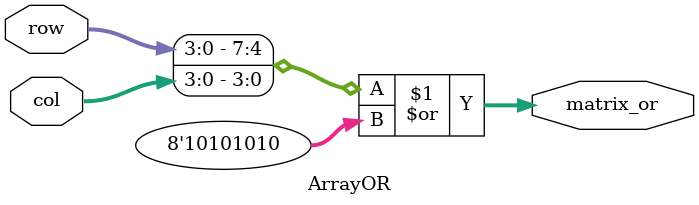
<source format=sv>
module ArrayOR(
    input [3:0] row, col,
    output [7:0] matrix_or
);
    assign matrix_or = {row, col} | 8'hAA;
endmodule

</source>
